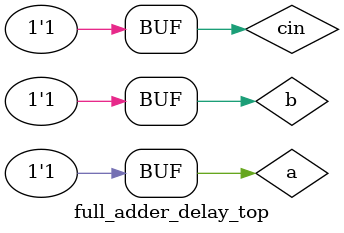
<source format=v>

module full_adder_delay (sum,carry,a,b,cin);

output sum,carry;
input a,b,cin;

wire w1,w2,w3;

xor #(1:2:3,4:5:6) x1  (w1,a,b);
and #(1:2:3,4:5:6) a1  (w2,a,b);

xor #(1:2:3,4:5:6) x2  (sum,w1,cin);
and #(1:2:3,4:5:6) a2  (w3,w1,cin);

or #(1:2:3,4:5:6) o1 (carry,w2,w3); 

endmodule 


module full_adder_delay_top();

wire sum,carry;
reg a,b,cin;

full_adder_delay fa(sum,carry,a,b,cin);

initial
begin
	{a,b,cin} = 3'b000;
	repeat (7) #5 {a,b,cin} = {a,b,cin} + 1'b1;

end

initial
	$monitor ("@ %gns a[%b] b[%b] cin[%b] ---> sum[%b] carry[%b]",$time,a,b,cin,sum,carry);
endmodule 
</source>
